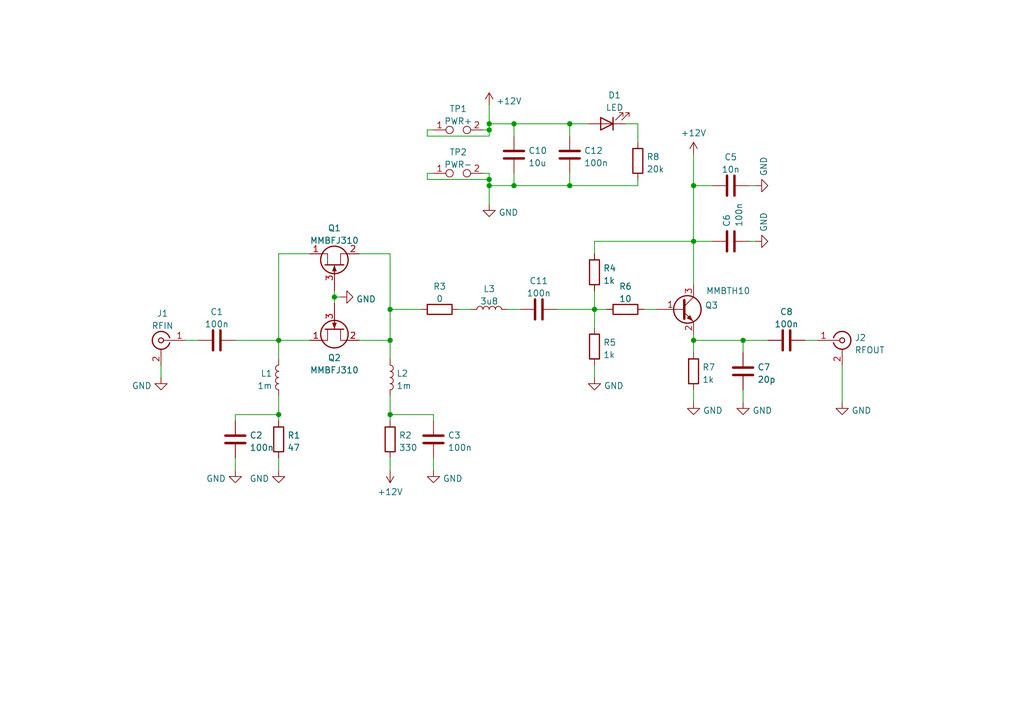
<source format=kicad_sch>
(kicad_sch (version 20211123) (generator eeschema)
  (paper "A5")
  (lib_symbols
    (symbol "Connector:Conn_Coaxial" (pin_names (offset 1.016) hide)
      (property "Reference" "J" (at 0.254 3.048 0))
      (property "Value" "Conn_Coaxial" (at 2.921 0 90))
      (symbol "Conn_Coaxial_0_1"
        (arc (start -1.778 -0.508) (mid 0.222 -1.808) (end 1.778 0) (stroke (width 0.254)))
        (polyline (pts (xy -2.54 0) (xy -0.508 0)))
        (polyline (pts (xy 0 -2.54) (xy 0 -1.778)))
        (circle (center 0 0) (radius 0.508) (stroke (width 0.2032)))
        (arc (start 1.778 0) (mid 0.222 1.8083) (end -1.778 0.508) (stroke (width 0.254)))
      )
      (symbol "Conn_Coaxial_1_1"
        (pin passive line (at -5.08 0 0) (length 2.54) (name "In") (number "1"))
        (pin passive line (at 0 -5.08 90) (length 2.54) (name "Ext") (number "2"))
      )
    )
    (symbol "Connector:TestPoint_2Pole" (pin_names (offset 0.762) hide)
      (property "Reference" "TP" (at 0 1.524 0))
      (property "Value" "TestPoint_2Pole" (at 0 -1.778 0))
      (symbol "TestPoint_2Pole_0_1"
        (circle (center -1.778 0) (radius 0.762))
        (circle (center 1.778 0) (radius 0.762))
        (pin passive line (at -5.08 0 0) (length 2.54) (name "1") (number "1"))
        (pin passive line (at 5.08 0 180) (length 2.54) (name "2") (number "2"))
      )
    )
    (symbol "Device:C" (pin_numbers hide) (pin_names (offset 0.254))
      (property "Reference" "C" (at 0.635 2.54 0))
      (property "Value" "C" (at 0.635 -2.54 0))
      (symbol "C_0_1"
        (polyline (pts (xy -2.032 -0.762) (xy 2.032 -0.762)) (stroke (width 0.508)))
        (polyline (pts (xy -2.032 0.762) (xy 2.032 0.762)) (stroke (width 0.508)))
      )
      (symbol "C_1_1"
        (pin passive line (at 0 3.81 270) (length 2.794) (name "~") (number "1"))
        (pin passive line (at 0 -3.81 90) (length 2.794) (name "~") (number "2"))
      )
    )
    (symbol "Device:L" (pin_numbers hide) (pin_names (offset 1.016) hide)
      (property "Reference" "L" (at -1.27 0 90))
      (property "Value" "L" (at 1.905 0 90))
      (symbol "L_0_1"
        (arc (start 0 -2.54) (mid 0.635 -1.905) (end 0 -1.27))
        (arc (start 0 -1.27) (mid 0.635 -0.635) (end 0 0))
        (arc (start 0 0) (mid 0.635 0.635) (end 0 1.27))
        (arc (start 0 1.27) (mid 0.635 1.905) (end 0 2.54))
      )
      (symbol "L_1_1"
        (pin passive line (at 0 3.81 270) (length 1.27) (name "1") (number "1"))
        (pin passive line (at 0 -3.81 90) (length 1.27) (name "2") (number "2"))
      )
    )
    (symbol "Device:LED" (pin_numbers hide) (pin_names (offset 1.016) hide)
      (property "Reference" "D" (at 0 2.54 0))
      (property "Value" "LED" (at 0 -2.54 0))
      (symbol "LED_0_1"
        (polyline (pts (xy -1.27 -1.27) (xy -1.27 1.27)) (stroke (width 0.254)))
        (polyline (pts (xy -1.27 0) (xy 1.27 0)))
        (polyline (pts (xy 1.27 -1.27) (xy 1.27 1.27) (xy -1.27 0) (xy 1.27 -1.27)) (stroke (width 0.254)))
        (polyline (pts (xy -3.048 -0.762) (xy -4.572 -2.286) (xy -3.81 -2.286) (xy -4.572 -2.286) (xy -4.572 -1.524)))
        (polyline (pts (xy -1.778 -0.762) (xy -3.302 -2.286) (xy -2.54 -2.286) (xy -3.302 -2.286) (xy -3.302 -1.524)))
      )
      (symbol "LED_1_1"
        (pin passive line (at -3.81 0 0) (length 2.54) (name "K") (number "1"))
        (pin passive line (at 3.81 0 180) (length 2.54) (name "A") (number "2"))
      )
    )
    (symbol "Device:Q_NJFET_DSG" (pin_names (offset 0) hide)
      (property "Reference" "Q" (at 5.08 1.27 0))
      (property "Value" "Q_NJFET_DSG" (at 5.08 -1.27 0))
      (symbol "Q_NJFET_DSG_0_1"
        (polyline (pts (xy 0.254 1.905) (xy 0.254 -1.905) (xy 0.254 -1.905)) (stroke (width 0.254)))
        (polyline (pts (xy 2.54 -2.54) (xy 2.54 -1.27) (xy 0.254 -1.27)))
        (polyline (pts (xy 2.54 2.54) (xy 2.54 1.397) (xy 0.254 1.397)))
        (polyline (pts (xy 0 0) (xy -1.016 0.381) (xy -1.016 -0.381) (xy 0 0)) (fill (type outline)))
        (circle (center 1.27 0) (radius 2.8194) (stroke (width 0.254)))
      )
      (symbol "Q_NJFET_DSG_1_1"
        (pin passive line (at 2.54 5.08 270) (length 2.54) (name "D") (number "1"))
        (pin passive line (at 2.54 -5.08 90) (length 2.54) (name "S") (number "2"))
        (pin input line (at -5.08 0 0) (length 5.334) (name "G") (number "3"))
      )
    )
    (symbol "Device:Q_NPN_BEC" (pin_names (offset 0) hide)
      (property "Reference" "Q" (at 5.08 1.27 0))
      (property "Value" "Q_NPN_BEC" (at 5.08 -1.27 0))
      (symbol "Q_NPN_BEC_0_1"
        (polyline (pts (xy 0.635 0.635) (xy 2.54 2.54)))
        (polyline (pts (xy 0.635 -0.635) (xy 2.54 -2.54) (xy 2.54 -2.54)))
        (polyline (pts (xy 0.635 1.905) (xy 0.635 -1.905) (xy 0.635 -1.905)) (stroke (width 0.508)))
        (polyline (pts (xy 1.27 -1.778) (xy 1.778 -1.27) (xy 2.286 -2.286) (xy 1.27 -1.778) (xy 1.27 -1.778)) (fill (type outline)))
        (circle (center 1.27 0) (radius 2.8194) (stroke (width 0.254)))
      )
      (symbol "Q_NPN_BEC_1_1"
        (pin input line (at -5.08 0 0) (length 5.715) (name "B") (number "1"))
        (pin passive line (at 2.54 -5.08 90) (length 2.54) (name "E") (number "2"))
        (pin passive line (at 2.54 5.08 270) (length 2.54) (name "C") (number "3"))
      )
    )
    (symbol "Device:R" (pin_numbers hide) (pin_names (offset 0))
      (property "Reference" "R" (at 2.032 0 90))
      (property "Value" "R" (at 0 0 90))
      (symbol "R_0_1"
        (rectangle (start -1.016 -2.54) (end 1.016 2.54) (stroke (width 0.254)))
      )
      (symbol "R_1_1"
        (pin passive line (at 0 3.81 270) (length 1.27) (name "~") (number "1"))
        (pin passive line (at 0 -3.81 90) (length 1.27) (name "~") (number "2"))
      )
    )
    (symbol "power:+12V" (power) (pin_names (offset 0))
      (property "Value" "+12V" (at 0 3.556 0))
      (symbol "+12V_0_1"
        (polyline (pts (xy -0.762 1.27) (xy 0 2.54)))
        (polyline (pts (xy 0 0) (xy 0 2.54)))
        (polyline (pts (xy 0 2.54) (xy 0.762 1.27)))
      )
      (symbol "+12V_1_1"
        (pin power_in line (at 0 0 90) (length 0) hide (name "+12V") (number "1"))
      )
    )
    (symbol "power:GND" (power) (pin_names (offset 0))
      (property "Value" "GND" (at 0 -3.81 0))
      (symbol "GND_0_1"
        (polyline (pts (xy 0 0) (xy 0 -1.27) (xy 1.27 -1.27) (xy 0 -2.54) (xy -1.27 -1.27) (xy 0 -1.27)))
      )
      (symbol "GND_1_1"
        (pin power_in line (at 0 0 270) (length 0) hide (name "GND") (number "1"))
      )
    )
  )
  (junction (at 142.24 49.53))
  (junction (at 121.92 63.5))
  (junction (at 80.01 63.5))
  (junction (at 100.33 26.67))
  (junction (at 142.24 69.85))
  (junction (at 116.84 38.1))
  (junction (at 152.4 69.85))
  (junction (at 57.15 69.85))
  (junction (at 105.41 25.4))
  (junction (at 100.33 38.1))
  (junction (at 105.41 38.1))
  (junction (at 80.01 69.85))
  (junction (at 100.33 25.4))
  (junction (at 142.24 38.1))
  (junction (at 116.84 25.4))
  (junction (at 100.33 36.83))
  (junction (at 80.01 85.09))
  (junction (at 57.15 85.09))
  (junction (at 68.58 60.96))
  (wire (pts (xy 57.15 52.07) (xy 57.15 69.85)))
  (wire (pts (xy 142.24 49.53) (xy 142.24 38.1)))
  (wire (pts (xy 142.24 38.1) (xy 142.24 31.75)))
  (wire (pts (xy 142.24 58.42) (xy 142.24 49.53)))
  (wire (pts (xy 87.63 36.83) (xy 100.33 36.83)))
  (wire (pts (xy 116.84 35.56) (xy 116.84 38.1)))
  (wire (pts (xy 73.66 52.07) (xy 80.01 52.07)))
  (wire (pts (xy 128.27 25.4) (xy 130.81 25.4)))
  (wire (pts (xy 130.81 25.4) (xy 130.81 29.21)))
  (wire (pts (xy 99.06 35.56) (xy 100.33 35.56)))
  (wire (pts (xy 68.58 60.96) (xy 68.58 62.23)))
  (wire (pts (xy 48.26 93.98) (xy 48.26 96.52)))
  (wire (pts (xy 38.1 69.85) (xy 40.64 69.85)))
  (wire (pts (xy 93.98 63.5) (xy 96.52 63.5)))
  (wire (pts (xy 80.01 81.28) (xy 80.01 85.09)))
  (wire (pts (xy 63.5 52.07) (xy 57.15 52.07)))
  (wire (pts (xy 100.33 38.1) (xy 100.33 36.83)))
  (wire (pts (xy 130.81 38.1) (xy 116.84 38.1)))
  (wire (pts (xy 100.33 27.94) (xy 87.63 27.94)))
  (wire (pts (xy 80.01 52.07) (xy 80.01 63.5)))
  (wire (pts (xy 104.14 63.5) (xy 106.68 63.5)))
  (wire (pts (xy 153.67 49.53) (xy 154.94 49.53)))
  (wire (pts (xy 121.92 52.07) (xy 121.92 49.53)))
  (wire (pts (xy 80.01 63.5) (xy 86.36 63.5)))
  (wire (pts (xy 80.01 93.98) (xy 80.01 96.52)))
  (wire (pts (xy 100.33 25.4) (xy 100.33 26.67)))
  (wire (pts (xy 121.92 63.5) (xy 124.46 63.5)))
  (wire (pts (xy 172.72 74.93) (xy 172.72 82.55)))
  (wire (pts (xy 121.92 49.53) (xy 142.24 49.53)))
  (wire (pts (xy 73.66 69.85) (xy 80.01 69.85)))
  (wire (pts (xy 167.64 69.85) (xy 165.1 69.85)))
  (wire (pts (xy 121.92 74.93) (xy 121.92 77.47)))
  (wire (pts (xy 130.81 36.83) (xy 130.81 38.1)))
  (wire (pts (xy 33.02 74.93) (xy 33.02 77.47)))
  (wire (pts (xy 142.24 80.01) (xy 142.24 82.55)))
  (wire (pts (xy 80.01 73.66) (xy 80.01 69.85)))
  (wire (pts (xy 142.24 68.58) (xy 142.24 69.85)))
  (wire (pts (xy 48.26 85.09) (xy 57.15 85.09)))
  (wire (pts (xy 88.9 85.09) (xy 80.01 85.09)))
  (wire (pts (xy 57.15 93.98) (xy 57.15 96.52)))
  (wire (pts (xy 87.63 27.94) (xy 87.63 26.67)))
  (wire (pts (xy 132.08 63.5) (xy 134.62 63.5)))
  (wire (pts (xy 142.24 69.85) (xy 142.24 72.39)))
  (wire (pts (xy 105.41 25.4) (xy 116.84 25.4)))
  (wire (pts (xy 87.63 26.67) (xy 88.9 26.67)))
  (wire (pts (xy 152.4 69.85) (xy 152.4 72.39)))
  (wire (pts (xy 68.58 60.96) (xy 69.85 60.96)))
  (wire (pts (xy 142.24 49.53) (xy 146.05 49.53)))
  (wire (pts (xy 105.41 35.56) (xy 105.41 38.1)))
  (wire (pts (xy 87.63 35.56) (xy 87.63 36.83)))
  (wire (pts (xy 100.33 36.83) (xy 100.33 35.56)))
  (wire (pts (xy 80.01 63.5) (xy 80.01 69.85)))
  (wire (pts (xy 116.84 25.4) (xy 116.84 27.94)))
  (wire (pts (xy 100.33 21.59) (xy 100.33 25.4)))
  (wire (pts (xy 114.3 63.5) (xy 121.92 63.5)))
  (wire (pts (xy 153.67 38.1) (xy 154.94 38.1)))
  (wire (pts (xy 57.15 85.09) (xy 57.15 86.36)))
  (wire (pts (xy 57.15 81.28) (xy 57.15 85.09)))
  (wire (pts (xy 116.84 25.4) (xy 120.65 25.4)))
  (wire (pts (xy 142.24 69.85) (xy 152.4 69.85)))
  (wire (pts (xy 152.4 69.85) (xy 157.48 69.85)))
  (wire (pts (xy 99.06 26.67) (xy 100.33 26.67)))
  (wire (pts (xy 68.58 59.69) (xy 68.58 60.96)))
  (wire (pts (xy 142.24 38.1) (xy 146.05 38.1)))
  (wire (pts (xy 100.33 41.91) (xy 100.33 38.1)))
  (wire (pts (xy 57.15 73.66) (xy 57.15 69.85)))
  (wire (pts (xy 88.9 35.56) (xy 87.63 35.56)))
  (wire (pts (xy 121.92 59.69) (xy 121.92 63.5)))
  (wire (pts (xy 80.01 85.09) (xy 80.01 86.36)))
  (wire (pts (xy 105.41 38.1) (xy 116.84 38.1)))
  (wire (pts (xy 88.9 93.98) (xy 88.9 96.52)))
  (wire (pts (xy 121.92 63.5) (xy 121.92 67.31)))
  (wire (pts (xy 100.33 25.4) (xy 105.41 25.4)))
  (wire (pts (xy 152.4 80.01) (xy 152.4 82.55)))
  (wire (pts (xy 48.26 69.85) (xy 57.15 69.85)))
  (wire (pts (xy 57.15 69.85) (xy 63.5 69.85)))
  (wire (pts (xy 105.41 38.1) (xy 100.33 38.1)))
  (wire (pts (xy 105.41 25.4) (xy 105.41 27.94)))
  (wire (pts (xy 88.9 86.36) (xy 88.9 85.09)))
  (wire (pts (xy 100.33 26.67) (xy 100.33 27.94)))
  (wire (pts (xy 48.26 86.36) (xy 48.26 85.09)))
  (symbol (lib_id "Device:R") (at 90.17 63.5 90) (unit 1)
    (property "Reference" "R3" (at 90.17 58.7842 90))
    (property "Value" "0" (at 90.17 61.3211 90))
    (property "Footprint" "Resistor_SMD:R_0805_2012Metric" (effects hide))
  )
  (symbol (lib_id "Device:R") (at 57.15 90.17 0) (mirror y) (unit 1)
    (property "Reference" "R1" (at 58.928 89.3353 0) (effects (justify right)))
    (property "Value" "47" (at 58.928 91.8722 0) (effects (justify right)))
    (property "Footprint" "Resistor_SMD:R_0805_2012Metric" (effects hide))
  )
  (symbol (lib_id "power:GND") (at 172.72 82.55 0) (unit 1)
    (property "Reference" "#PWR0110" (effects hide))
    (property "Value" "GND" (at 174.625 84.2538 0) (effects (justify left)))
  )
  (symbol (lib_id "Device:R") (at 128.27 63.5 270) (unit 1)
    (property "Reference" "R6" (at 128.27 58.7842 90))
    (property "Value" "10" (at 128.27 61.3211 90))
    (property "Footprint" "Resistor_SMD:R_0805_2012Metric" (effects hide))
  )
  (symbol (lib_id "Device:R") (at 80.01 90.17 0) (unit 1)
    (property "Reference" "R2" (at 81.788 89.3353 0) (effects (justify left)))
    (property "Value" "330" (at 81.788 91.8722 0) (effects (justify left)))
    (property "Footprint" "Resistor_SMD:R_0805_2012Metric" (effects hide))
  )
  (symbol (lib_id "Device:C") (at 149.86 38.1 90) (unit 1)
    (property "Reference" "C5" (at 149.86 32.2412 90))
    (property "Value" "10n" (at 149.86 34.7781 90))
    (property "Footprint" "Capacitor_SMD:C_0805_2012Metric" (effects hide))
  )
  (symbol (lib_id "power:GND") (at 154.94 49.53 90) (unit 1)
    (property "Reference" "#PWR0111" (effects hide))
    (property "Value" "GND" (at 156.6438 47.625 0) (effects (justify left)))
  )
  (symbol (lib_id "Device:LED") (at 124.46 25.4 180) (unit 1)
    (property "Reference" "D1" (at 126.0475 19.5412 0))
    (property "Value" "LED" (at 126.0475 22.0781 0))
    (property "Footprint" "LED_SMD:LED_1206_3216Metric" (effects hide))
  )
  (symbol (lib_id "power:GND") (at 154.94 38.1 90) (unit 1)
    (property "Reference" "#PWR0112" (effects hide))
    (property "Value" "GND" (at 156.6438 36.195 0) (effects (justify left)))
  )
  (symbol (lib_id "Device:C") (at 44.45 69.85 90) (mirror x) (unit 1)
    (property "Reference" "C1" (at 44.45 63.9912 90))
    (property "Value" "100n" (at 44.45 66.5281 90))
    (property "Footprint" "Capacitor_SMD:C_1206_3216Metric" (effects hide))
  )
  (symbol (lib_id "Connector:TestPoint_2Pole") (at 93.98 35.56 0) (unit 1)
    (property "Reference" "TP2" (at 93.98 31.2252 0))
    (property "Value" "PWR-" (at 93.98 33.7621 0))
    (property "Footprint" "TestPoint:TestPoint_Bridge_Pitch5.08mm_Drill1.3mm" (effects hide))
  )
  (symbol (lib_id "power:GND") (at 121.92 77.47 0) (unit 1)
    (property "Reference" "#PWR0102" (effects hide))
    (property "Value" "GND" (at 123.825 79.1738 0) (effects (justify left)))
  )
  (symbol (lib_id "Device:L") (at 80.01 77.47 0) (unit 1)
    (property "Reference" "L2" (at 81.28 76.6353 0) (effects (justify left)))
    (property "Value" "1m" (at 81.28 79.1722 0) (effects (justify left)))
    (property "Footprint" "Inductor_THT:L_Axial_L7.0mm_D3.3mm_P5.08mm_Vertical_Fastron_MICC" (effects hide))
  )
  (symbol (lib_id "power:+12V") (at 80.01 96.52 180) (unit 1)
    (property "Reference" "#PWR0103" (effects hide))
    (property "Value" "+12V" (at 80.01 100.9634 0))
  )
  (symbol (lib_id "power:GND") (at 152.4 82.55 0) (unit 1)
    (property "Reference" "#PWR0108" (effects hide))
    (property "Value" "GND" (at 154.305 84.2538 0) (effects (justify left)))
  )
  (symbol (lib_id "Connector:Conn_Coaxial") (at 33.02 69.85 0) (mirror y) (unit 1)
    (property "Reference" "J1" (at 33.3374 64.3236 0))
    (property "Value" "RFIN" (at 33.3374 66.8605 0))
    (property "Footprint" "current-supply:SMA-edge-mount" (effects hide))
    (property "Datasheet" " ~" (effects hide))
  )
  (symbol (lib_id "power:GND") (at 100.33 41.91 0) (unit 1)
    (property "Reference" "#PWR0115" (effects hide))
    (property "Value" "GND" (at 102.235 43.6138 0) (effects (justify left)))
  )
  (symbol (lib_id "power:GND") (at 57.15 96.52 0) (mirror y) (unit 1)
    (property "Reference" "#PWR0106" (effects hide))
    (property "Value" "GND" (at 55.245 98.2238 0) (effects (justify left)))
  )
  (symbol (lib_id "power:GND") (at 33.02 77.47 0) (mirror y) (unit 1)
    (property "Reference" "#PWR0105" (effects hide))
    (property "Value" "GND" (at 31.115 79.1738 0) (effects (justify left)))
  )
  (symbol (lib_id "power:+12V") (at 142.24 31.75 0) (unit 1)
    (property "Reference" "#PWR0113" (effects hide))
    (property "Value" "+12V" (at 142.24 27.3066 0))
  )
  (symbol (lib_id "power:GND") (at 88.9 96.52 0) (unit 1)
    (property "Reference" "#PWR0101" (effects hide))
    (property "Value" "GND" (at 90.805 98.2238 0) (effects (justify left)))
  )
  (symbol (lib_id "Device:C") (at 152.4 76.2 0) (unit 1)
    (property "Reference" "C7" (at 155.321 75.3653 0) (effects (justify left)))
    (property "Value" "20p" (at 155.321 77.9022 0) (effects (justify left)))
    (property "Footprint" "Capacitor_SMD:C_0805_2012Metric" (effects hide))
  )
  (symbol (lib_id "Device:Q_NJFET_DSG") (at 68.58 67.31 90) (mirror x) (unit 1)
    (property "Reference" "Q2" (at 68.58 73.4298 90))
    (property "Value" "MMBFJ310" (at 68.58 75.9667 90))
    (property "Footprint" "Package_TO_SOT_SMD:SOT-23" (effects hide))
  )
  (symbol (lib_id "Device:C") (at 88.9 90.17 0) (unit 1)
    (property "Reference" "C3" (at 91.821 89.3353 0) (effects (justify left)))
    (property "Value" "100n" (at 91.821 91.8722 0) (effects (justify left)))
    (property "Footprint" "Capacitor_SMD:C_1206_3216Metric" (effects hide))
  )
  (symbol (lib_id "Device:C") (at 116.84 31.75 180) (unit 1)
    (property "Reference" "C12" (at 119.761 30.9153 0) (effects (justify right)))
    (property "Value" "100n" (at 119.761 33.4522 0) (effects (justify right)))
    (property "Footprint" "Capacitor_SMD:C_1206_3216Metric" (effects hide))
  )
  (symbol (lib_id "Device:R") (at 121.92 55.88 180) (unit 1)
    (property "Reference" "R4" (at 123.698 55.0453 0) (effects (justify right)))
    (property "Value" "1k" (at 123.698 57.5822 0) (effects (justify right)))
    (property "Footprint" "Resistor_SMD:R_0805_2012Metric" (effects hide))
  )
  (symbol (lib_id "Device:R") (at 121.92 71.12 180) (unit 1)
    (property "Reference" "R5" (at 123.698 70.2853 0) (effects (justify right)))
    (property "Value" "1k" (at 123.698 72.8222 0) (effects (justify right)))
    (property "Footprint" "Resistor_SMD:R_0805_2012Metric" (effects hide))
  )
  (symbol (lib_id "Device:C") (at 48.26 90.17 0) (mirror y) (unit 1)
    (property "Reference" "C2" (at 51.181 89.3353 0) (effects (justify right)))
    (property "Value" "100n" (at 51.181 91.8722 0) (effects (justify right)))
    (property "Footprint" "Capacitor_SMD:C_1206_3216Metric" (effects hide))
  )
  (symbol (lib_id "Device:C") (at 149.86 49.53 90) (unit 1)
    (property "Reference" "C6" (at 149.0253 46.609 0) (effects (justify left)))
    (property "Value" "100n" (at 151.5622 46.609 0) (effects (justify left)))
    (property "Footprint" "Capacitor_SMD:C_1206_3216Metric" (effects hide))
  )
  (symbol (lib_id "Device:R") (at 130.81 33.02 180) (unit 1)
    (property "Reference" "R8" (at 132.588 32.1853 0) (effects (justify right)))
    (property "Value" "20k" (at 132.588 34.7222 0) (effects (justify right)))
    (property "Footprint" "Resistor_SMD:R_0805_2012Metric" (effects hide))
  )
  (symbol (lib_id "Device:Q_NJFET_DSG") (at 68.58 54.61 90) (unit 1)
    (property "Reference" "Q1" (at 68.58 46.8208 90))
    (property "Value" "MMBFJ310" (at 68.58 49.3577 90))
    (property "Footprint" "Package_TO_SOT_SMD:SOT-23" (effects hide))
  )
  (symbol (lib_id "power:GND") (at 48.26 96.52 0) (mirror y) (unit 1)
    (property "Reference" "#PWR0107" (effects hide))
    (property "Value" "GND" (at 46.355 98.2238 0) (effects (justify left)))
  )
  (symbol (lib_id "Device:R") (at 142.24 76.2 180) (unit 1)
    (property "Reference" "R7" (at 144.018 75.3653 0) (effects (justify right)))
    (property "Value" "1k" (at 144.018 77.9022 0) (effects (justify right)))
    (property "Footprint" "Resistor_SMD:R_0805_2012Metric" (effects hide))
  )
  (symbol (lib_id "Device:C") (at 161.29 69.85 90) (unit 1)
    (property "Reference" "C8" (at 161.29 63.9912 90))
    (property "Value" "100n" (at 161.29 66.5281 90))
    (property "Footprint" "Capacitor_SMD:C_1206_3216Metric" (effects hide))
  )
  (symbol (lib_id "Device:C") (at 110.49 63.5 90) (unit 1)
    (property "Reference" "C11" (at 110.49 57.6412 90))
    (property "Value" "100n" (at 110.49 60.1781 90))
    (property "Footprint" "Capacitor_SMD:C_1206_3216Metric" (effects hide))
  )
  (symbol (lib_id "Device:Q_NPN_BEC") (at 139.7 63.5 0) (unit 1)
    (property "Reference" "Q3" (at 144.5514 62.6653 0) (effects (justify left)))
    (property "Value" "MMBTH10" (at 144.78 59.69 0) (effects (justify left)))
    (property "Footprint" "Package_TO_SOT_SMD:SOT-23" (effects hide))
  )
  (symbol (lib_id "Device:C") (at 105.41 31.75 180) (unit 1)
    (property "Reference" "C10" (at 108.331 30.9153 0) (effects (justify right)))
    (property "Value" "10u" (at 108.331 33.4522 0) (effects (justify right)))
    (property "Footprint" "Capacitor_SMD:C_1206_3216Metric" (effects hide))
  )
  (symbol (lib_id "Connector:Conn_Coaxial") (at 172.72 69.85 0) (unit 1)
    (property "Reference" "J2" (at 175.2601 69.3085 0) (effects (justify left)))
    (property "Value" "RFOUT" (at 175.2601 71.8454 0) (effects (justify left)))
    (property "Footprint" "current-supply:SMA-edge-mount" (effects hide))
    (property "Datasheet" " ~" (effects hide))
  )
  (symbol (lib_id "power:+12V") (at 100.33 21.59 0) (unit 1)
    (property "Reference" "#PWR0116" (effects hide))
    (property "Value" "+12V" (at 101.727 20.7538 0) (effects (justify left)))
  )
  (symbol (lib_id "power:GND") (at 142.24 82.55 0) (unit 1)
    (property "Reference" "#PWR0109" (effects hide))
    (property "Value" "GND" (at 144.145 84.2538 0) (effects (justify left)))
  )
  (symbol (lib_id "Device:L") (at 100.33 63.5 90) (unit 1)
    (property "Reference" "L3" (at 100.33 59.2922 90))
    (property "Value" "3u8" (at 100.33 61.8291 90))
    (property "Footprint" "Inductor_THT:L_Toroid_Vertical_L10.0mm_W5.0mm_P5.08mm" (effects hide))
  )
  (symbol (lib_id "Device:L") (at 57.15 77.47 0) (mirror y) (unit 1)
    (property "Reference" "L1" (at 55.88 76.6353 0) (effects (justify left)))
    (property "Value" "1m" (at 55.88 79.1722 0) (effects (justify left)))
    (property "Footprint" "Inductor_THT:L_Axial_L7.0mm_D3.3mm_P5.08mm_Vertical_Fastron_MICC" (effects hide))
  )
  (symbol (lib_id "Connector:TestPoint_2Pole") (at 93.98 26.67 0) (unit 1)
    (property "Reference" "TP1" (at 93.98 22.3352 0))
    (property "Value" "PWR+" (at 93.98 24.8721 0))
    (property "Footprint" "TestPoint:TestPoint_Bridge_Pitch5.08mm_Drill1.3mm" (effects hide))
  )
  (symbol (lib_id "power:GND") (at 69.85 60.96 90) (unit 1)
    (property "Reference" "#PWR0104" (effects hide))
    (property "Value" "GND" (at 73.025 61.3938 90) (effects (justify right)))
  )
)
</source>
